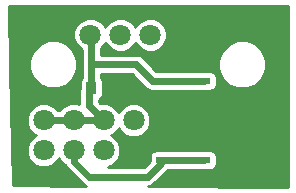
<source format=gbr>
G04 #@! TF.FileFunction,Copper,L1,Top,Signal*
%FSLAX46Y46*%
G04 Gerber Fmt 4.6, Leading zero omitted, Abs format (unit mm)*
G04 Created by KiCad (PCBNEW 4.0.7) date 03/28/19 15:30:28*
%MOMM*%
%LPD*%
G01*
G04 APERTURE LIST*
%ADD10C,0.050000*%
%ADD11R,0.899160X1.000760*%
%ADD12R,0.900000X1.000000*%
%ADD13C,1.800000*%
%ADD14R,1.000000X0.600000*%
%ADD15C,0.600000*%
%ADD16C,0.254000*%
G04 APERTURE END LIST*
D10*
D11*
X94751840Y-60000000D03*
D12*
X93248160Y-60000000D03*
D13*
X93150000Y-55500000D03*
X95690000Y-55500000D03*
X100759840Y-55500000D03*
X98219840Y-55500000D03*
X94270000Y-65270000D03*
X96810000Y-65270000D03*
X91730000Y-65270000D03*
X89190000Y-65270000D03*
X89190000Y-62730000D03*
X91730000Y-62730000D03*
X96810000Y-62730000D03*
X94270000Y-62730000D03*
D14*
X102800000Y-61600000D03*
X102800000Y-59400000D03*
X99200000Y-61600000D03*
X99200000Y-59400000D03*
X99200000Y-63900000D03*
X99200000Y-66100000D03*
X102800000Y-63900000D03*
X102800000Y-66100000D03*
D15*
X102800000Y-63900000D02*
X99200000Y-63900000D01*
X102800000Y-61600000D02*
X99200000Y-61600000D01*
X99200000Y-59400000D02*
X98400000Y-59400000D01*
X97000000Y-58000000D02*
X93248160Y-58000000D01*
X98400000Y-59400000D02*
X97000000Y-58000000D01*
X99200000Y-59400000D02*
X102800000Y-59400000D01*
X93248160Y-60000000D02*
X93248160Y-58500000D01*
X93248160Y-58500000D02*
X93248160Y-58000000D01*
X93248160Y-58000000D02*
X93248160Y-55598160D01*
X93248160Y-55598160D02*
X93150000Y-55500000D01*
X89190000Y-62730000D02*
X91730000Y-62730000D01*
X91730000Y-62730000D02*
X94270000Y-62730000D01*
X94270000Y-62730000D02*
X93040000Y-61500000D01*
X93040000Y-61500000D02*
X93040000Y-60208160D01*
X93040000Y-60208160D02*
X93248160Y-60000000D01*
X99200000Y-66100000D02*
X102800000Y-66100000D01*
X91730000Y-65270000D02*
X91730000Y-66230000D01*
X99200000Y-66300000D02*
X99200000Y-66100000D01*
X98000000Y-67500000D02*
X99200000Y-66300000D01*
X93000000Y-67500000D02*
X98000000Y-67500000D01*
X91730000Y-66230000D02*
X93000000Y-67500000D01*
D16*
G36*
X109882918Y-53096628D02*
X109873082Y-68372352D01*
X98074252Y-68312230D01*
X98316479Y-68264048D01*
X98584777Y-68084777D01*
X99739701Y-66929854D01*
X99754867Y-66927000D01*
X102249019Y-66927000D01*
X102300000Y-66937324D01*
X103300000Y-66937324D01*
X103495294Y-66900577D01*
X103674660Y-66785158D01*
X103794990Y-66609049D01*
X103837324Y-66400000D01*
X103837324Y-65800000D01*
X103800577Y-65604706D01*
X103685158Y-65425340D01*
X103509049Y-65305010D01*
X103300000Y-65262676D01*
X102300000Y-65262676D01*
X102245133Y-65273000D01*
X99750981Y-65273000D01*
X99700000Y-65262676D01*
X98700000Y-65262676D01*
X98504706Y-65299423D01*
X98325340Y-65414842D01*
X98205010Y-65590951D01*
X98162676Y-65800000D01*
X98162676Y-66167769D01*
X97657446Y-66673000D01*
X94611287Y-66673000D01*
X95077275Y-66480457D01*
X95479047Y-66079386D01*
X95696752Y-65555093D01*
X95697248Y-64987397D01*
X95480457Y-64462725D01*
X95079386Y-64060953D01*
X94932882Y-64000119D01*
X95077275Y-63940457D01*
X95479047Y-63539386D01*
X95539881Y-63392882D01*
X95599543Y-63537275D01*
X96000614Y-63939047D01*
X96524907Y-64156752D01*
X97092603Y-64157248D01*
X97617275Y-63940457D01*
X98019047Y-63539386D01*
X98236752Y-63015093D01*
X98237248Y-62447397D01*
X98020457Y-61922725D01*
X97619386Y-61520953D01*
X97095093Y-61303248D01*
X96527397Y-61302752D01*
X96002725Y-61519543D01*
X95600953Y-61920614D01*
X95540119Y-62067118D01*
X95480457Y-61922725D01*
X95079386Y-61520953D01*
X94555093Y-61303248D01*
X94012328Y-61302774D01*
X93867000Y-61157446D01*
X93867000Y-61005555D01*
X93893454Y-61000577D01*
X94072820Y-60885158D01*
X94193150Y-60709049D01*
X94235484Y-60500000D01*
X94235484Y-59500000D01*
X94198737Y-59304706D01*
X94083318Y-59125340D01*
X94075160Y-59119766D01*
X94075160Y-58827000D01*
X96657446Y-58827000D01*
X97815223Y-59984777D01*
X98083521Y-60164048D01*
X98400000Y-60227000D01*
X98649019Y-60227000D01*
X98700000Y-60237324D01*
X99700000Y-60237324D01*
X99754867Y-60227000D01*
X102249019Y-60227000D01*
X102300000Y-60237324D01*
X103300000Y-60237324D01*
X103495294Y-60200577D01*
X103674660Y-60085158D01*
X103794990Y-59909049D01*
X103837324Y-59700000D01*
X103837324Y-59100000D01*
X103800577Y-58904706D01*
X103685158Y-58725340D01*
X103509049Y-58605010D01*
X103300000Y-58562676D01*
X102300000Y-58562676D01*
X102245133Y-58573000D01*
X99750981Y-58573000D01*
X99700000Y-58562676D01*
X98732230Y-58562676D01*
X98570980Y-58401426D01*
X103972649Y-58401426D01*
X104280591Y-59146703D01*
X104850298Y-59717405D01*
X105595036Y-60026647D01*
X106401426Y-60027351D01*
X107146703Y-59719409D01*
X107717405Y-59149702D01*
X108026647Y-58404964D01*
X108027351Y-57598574D01*
X107719409Y-56853297D01*
X107149702Y-56282595D01*
X106404964Y-55973353D01*
X105598574Y-55972649D01*
X104853297Y-56280591D01*
X104282595Y-56850298D01*
X103973353Y-57595036D01*
X103972649Y-58401426D01*
X98570980Y-58401426D01*
X97584777Y-57415223D01*
X97316479Y-57235952D01*
X97000000Y-57173000D01*
X94075160Y-57173000D01*
X94075160Y-56592778D01*
X94359047Y-56309386D01*
X94419881Y-56162882D01*
X94479543Y-56307275D01*
X94880614Y-56709047D01*
X95404907Y-56926752D01*
X95972603Y-56927248D01*
X96497275Y-56710457D01*
X96899047Y-56309386D01*
X96954788Y-56175146D01*
X97009383Y-56307275D01*
X97410454Y-56709047D01*
X97934747Y-56926752D01*
X98502443Y-56927248D01*
X99027115Y-56710457D01*
X99428887Y-56309386D01*
X99646592Y-55785093D01*
X99647088Y-55217397D01*
X99430297Y-54692725D01*
X99029226Y-54290953D01*
X98504933Y-54073248D01*
X97937237Y-54072752D01*
X97412565Y-54289543D01*
X97010793Y-54690614D01*
X96955052Y-54824854D01*
X96900457Y-54692725D01*
X96499386Y-54290953D01*
X95975093Y-54073248D01*
X95407397Y-54072752D01*
X94882725Y-54289543D01*
X94480953Y-54690614D01*
X94420119Y-54837118D01*
X94360457Y-54692725D01*
X93959386Y-54290953D01*
X93435093Y-54073248D01*
X92867397Y-54072752D01*
X92342725Y-54289543D01*
X91940953Y-54690614D01*
X91723248Y-55214907D01*
X91722752Y-55782603D01*
X91939543Y-56307275D01*
X92340614Y-56709047D01*
X92421160Y-56742493D01*
X92421160Y-59118267D01*
X92303170Y-59290951D01*
X92260836Y-59500000D01*
X92260836Y-59967674D01*
X92213000Y-60208160D01*
X92213000Y-61385426D01*
X92015093Y-61303248D01*
X91447397Y-61302752D01*
X90922725Y-61519543D01*
X90538598Y-61903000D01*
X90380766Y-61903000D01*
X89999386Y-61520953D01*
X89475093Y-61303248D01*
X88907397Y-61302752D01*
X88382725Y-61519543D01*
X87980953Y-61920614D01*
X87763248Y-62444907D01*
X87762752Y-63012603D01*
X87979543Y-63537275D01*
X88380614Y-63939047D01*
X88527118Y-63999881D01*
X88382725Y-64059543D01*
X87980953Y-64460614D01*
X87763248Y-64984907D01*
X87762752Y-65552603D01*
X87979543Y-66077275D01*
X88380614Y-66479047D01*
X88904907Y-66696752D01*
X89472603Y-66697248D01*
X89997275Y-66480457D01*
X90399047Y-66079386D01*
X90459881Y-65932882D01*
X90519543Y-66077275D01*
X90920614Y-66479047D01*
X90955413Y-66493497D01*
X90965952Y-66546479D01*
X91145223Y-66814777D01*
X92415223Y-68084777D01*
X92683521Y-68264048D01*
X92790392Y-68285306D01*
X86574176Y-68253631D01*
X86351420Y-58401426D01*
X87972649Y-58401426D01*
X88280591Y-59146703D01*
X88850298Y-59717405D01*
X89595036Y-60026647D01*
X90401426Y-60027351D01*
X91146703Y-59719409D01*
X91717405Y-59149702D01*
X92026647Y-58404964D01*
X92027351Y-57598574D01*
X91719409Y-56853297D01*
X91149702Y-56282595D01*
X90404964Y-55973353D01*
X89598574Y-55972649D01*
X88853297Y-56280591D01*
X88282595Y-56850298D01*
X87973353Y-57595036D01*
X87972649Y-58401426D01*
X86351420Y-58401426D01*
X86229913Y-53027380D01*
X109882918Y-53096628D01*
X109882918Y-53096628D01*
G37*
X109882918Y-53096628D02*
X109873082Y-68372352D01*
X98074252Y-68312230D01*
X98316479Y-68264048D01*
X98584777Y-68084777D01*
X99739701Y-66929854D01*
X99754867Y-66927000D01*
X102249019Y-66927000D01*
X102300000Y-66937324D01*
X103300000Y-66937324D01*
X103495294Y-66900577D01*
X103674660Y-66785158D01*
X103794990Y-66609049D01*
X103837324Y-66400000D01*
X103837324Y-65800000D01*
X103800577Y-65604706D01*
X103685158Y-65425340D01*
X103509049Y-65305010D01*
X103300000Y-65262676D01*
X102300000Y-65262676D01*
X102245133Y-65273000D01*
X99750981Y-65273000D01*
X99700000Y-65262676D01*
X98700000Y-65262676D01*
X98504706Y-65299423D01*
X98325340Y-65414842D01*
X98205010Y-65590951D01*
X98162676Y-65800000D01*
X98162676Y-66167769D01*
X97657446Y-66673000D01*
X94611287Y-66673000D01*
X95077275Y-66480457D01*
X95479047Y-66079386D01*
X95696752Y-65555093D01*
X95697248Y-64987397D01*
X95480457Y-64462725D01*
X95079386Y-64060953D01*
X94932882Y-64000119D01*
X95077275Y-63940457D01*
X95479047Y-63539386D01*
X95539881Y-63392882D01*
X95599543Y-63537275D01*
X96000614Y-63939047D01*
X96524907Y-64156752D01*
X97092603Y-64157248D01*
X97617275Y-63940457D01*
X98019047Y-63539386D01*
X98236752Y-63015093D01*
X98237248Y-62447397D01*
X98020457Y-61922725D01*
X97619386Y-61520953D01*
X97095093Y-61303248D01*
X96527397Y-61302752D01*
X96002725Y-61519543D01*
X95600953Y-61920614D01*
X95540119Y-62067118D01*
X95480457Y-61922725D01*
X95079386Y-61520953D01*
X94555093Y-61303248D01*
X94012328Y-61302774D01*
X93867000Y-61157446D01*
X93867000Y-61005555D01*
X93893454Y-61000577D01*
X94072820Y-60885158D01*
X94193150Y-60709049D01*
X94235484Y-60500000D01*
X94235484Y-59500000D01*
X94198737Y-59304706D01*
X94083318Y-59125340D01*
X94075160Y-59119766D01*
X94075160Y-58827000D01*
X96657446Y-58827000D01*
X97815223Y-59984777D01*
X98083521Y-60164048D01*
X98400000Y-60227000D01*
X98649019Y-60227000D01*
X98700000Y-60237324D01*
X99700000Y-60237324D01*
X99754867Y-60227000D01*
X102249019Y-60227000D01*
X102300000Y-60237324D01*
X103300000Y-60237324D01*
X103495294Y-60200577D01*
X103674660Y-60085158D01*
X103794990Y-59909049D01*
X103837324Y-59700000D01*
X103837324Y-59100000D01*
X103800577Y-58904706D01*
X103685158Y-58725340D01*
X103509049Y-58605010D01*
X103300000Y-58562676D01*
X102300000Y-58562676D01*
X102245133Y-58573000D01*
X99750981Y-58573000D01*
X99700000Y-58562676D01*
X98732230Y-58562676D01*
X98570980Y-58401426D01*
X103972649Y-58401426D01*
X104280591Y-59146703D01*
X104850298Y-59717405D01*
X105595036Y-60026647D01*
X106401426Y-60027351D01*
X107146703Y-59719409D01*
X107717405Y-59149702D01*
X108026647Y-58404964D01*
X108027351Y-57598574D01*
X107719409Y-56853297D01*
X107149702Y-56282595D01*
X106404964Y-55973353D01*
X105598574Y-55972649D01*
X104853297Y-56280591D01*
X104282595Y-56850298D01*
X103973353Y-57595036D01*
X103972649Y-58401426D01*
X98570980Y-58401426D01*
X97584777Y-57415223D01*
X97316479Y-57235952D01*
X97000000Y-57173000D01*
X94075160Y-57173000D01*
X94075160Y-56592778D01*
X94359047Y-56309386D01*
X94419881Y-56162882D01*
X94479543Y-56307275D01*
X94880614Y-56709047D01*
X95404907Y-56926752D01*
X95972603Y-56927248D01*
X96497275Y-56710457D01*
X96899047Y-56309386D01*
X96954788Y-56175146D01*
X97009383Y-56307275D01*
X97410454Y-56709047D01*
X97934747Y-56926752D01*
X98502443Y-56927248D01*
X99027115Y-56710457D01*
X99428887Y-56309386D01*
X99646592Y-55785093D01*
X99647088Y-55217397D01*
X99430297Y-54692725D01*
X99029226Y-54290953D01*
X98504933Y-54073248D01*
X97937237Y-54072752D01*
X97412565Y-54289543D01*
X97010793Y-54690614D01*
X96955052Y-54824854D01*
X96900457Y-54692725D01*
X96499386Y-54290953D01*
X95975093Y-54073248D01*
X95407397Y-54072752D01*
X94882725Y-54289543D01*
X94480953Y-54690614D01*
X94420119Y-54837118D01*
X94360457Y-54692725D01*
X93959386Y-54290953D01*
X93435093Y-54073248D01*
X92867397Y-54072752D01*
X92342725Y-54289543D01*
X91940953Y-54690614D01*
X91723248Y-55214907D01*
X91722752Y-55782603D01*
X91939543Y-56307275D01*
X92340614Y-56709047D01*
X92421160Y-56742493D01*
X92421160Y-59118267D01*
X92303170Y-59290951D01*
X92260836Y-59500000D01*
X92260836Y-59967674D01*
X92213000Y-60208160D01*
X92213000Y-61385426D01*
X92015093Y-61303248D01*
X91447397Y-61302752D01*
X90922725Y-61519543D01*
X90538598Y-61903000D01*
X90380766Y-61903000D01*
X89999386Y-61520953D01*
X89475093Y-61303248D01*
X88907397Y-61302752D01*
X88382725Y-61519543D01*
X87980953Y-61920614D01*
X87763248Y-62444907D01*
X87762752Y-63012603D01*
X87979543Y-63537275D01*
X88380614Y-63939047D01*
X88527118Y-63999881D01*
X88382725Y-64059543D01*
X87980953Y-64460614D01*
X87763248Y-64984907D01*
X87762752Y-65552603D01*
X87979543Y-66077275D01*
X88380614Y-66479047D01*
X88904907Y-66696752D01*
X89472603Y-66697248D01*
X89997275Y-66480457D01*
X90399047Y-66079386D01*
X90459881Y-65932882D01*
X90519543Y-66077275D01*
X90920614Y-66479047D01*
X90955413Y-66493497D01*
X90965952Y-66546479D01*
X91145223Y-66814777D01*
X92415223Y-68084777D01*
X92683521Y-68264048D01*
X92790392Y-68285306D01*
X86574176Y-68253631D01*
X86351420Y-58401426D01*
X87972649Y-58401426D01*
X88280591Y-59146703D01*
X88850298Y-59717405D01*
X89595036Y-60026647D01*
X90401426Y-60027351D01*
X91146703Y-59719409D01*
X91717405Y-59149702D01*
X92026647Y-58404964D01*
X92027351Y-57598574D01*
X91719409Y-56853297D01*
X91149702Y-56282595D01*
X90404964Y-55973353D01*
X89598574Y-55972649D01*
X88853297Y-56280591D01*
X88282595Y-56850298D01*
X87973353Y-57595036D01*
X87972649Y-58401426D01*
X86351420Y-58401426D01*
X86229913Y-53027380D01*
X109882918Y-53096628D01*
M02*

</source>
